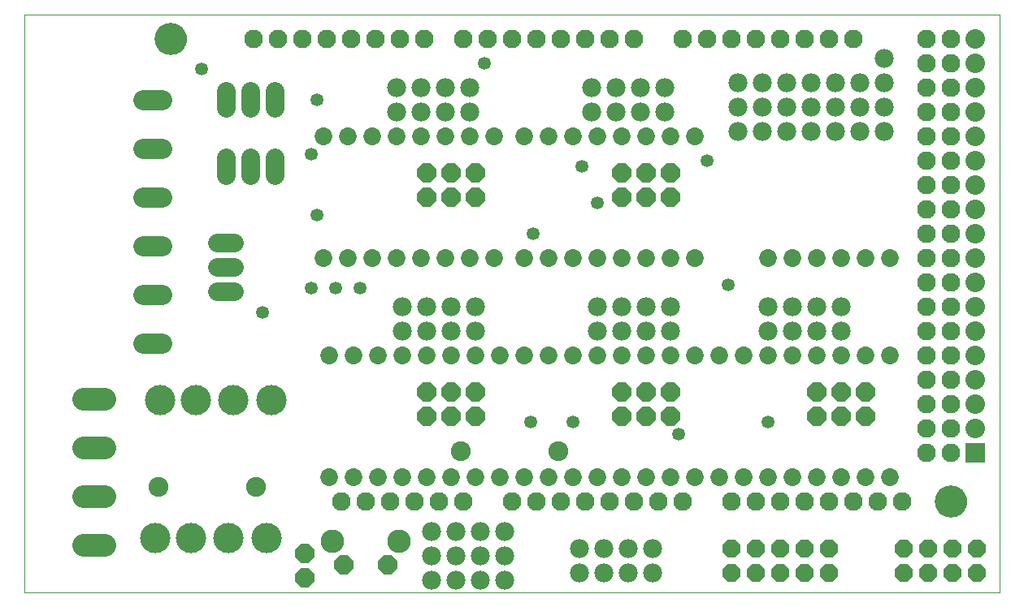
<source format=gbs>
G75*
%MOIN*%
%OFA0B0*%
%FSLAX24Y24*%
%IPPOS*%
%LPD*%
%AMOC8*
5,1,8,0,0,1.08239X$1,22.5*
%
%ADD10C,0.0000*%
%ADD11C,0.0775*%
%ADD12C,0.0775*%
%ADD13C,0.0815*%
%ADD14C,0.0769*%
%ADD15C,0.1320*%
%ADD16C,0.0847*%
%ADD17OC8,0.0775*%
%ADD18C,0.0925*%
%ADD19C,0.0729*%
%ADD20OC8,0.0729*%
%ADD21R,0.0800X0.0800*%
%ADD22C,0.0800*%
%ADD23C,0.0965*%
%ADD24C,0.1241*%
%ADD25C,0.0532*%
D10*
X006933Y007050D02*
X046928Y007050D01*
X046928Y030796D01*
X006933Y030796D01*
X006933Y007050D01*
X012303Y029800D02*
X012305Y029850D01*
X012311Y029900D01*
X012321Y029949D01*
X012335Y029997D01*
X012352Y030044D01*
X012373Y030089D01*
X012398Y030133D01*
X012426Y030174D01*
X012458Y030213D01*
X012492Y030250D01*
X012529Y030284D01*
X012569Y030314D01*
X012611Y030341D01*
X012655Y030365D01*
X012701Y030386D01*
X012748Y030402D01*
X012796Y030415D01*
X012846Y030424D01*
X012895Y030429D01*
X012946Y030430D01*
X012996Y030427D01*
X013045Y030420D01*
X013094Y030409D01*
X013142Y030394D01*
X013188Y030376D01*
X013233Y030354D01*
X013276Y030328D01*
X013317Y030299D01*
X013356Y030267D01*
X013392Y030232D01*
X013424Y030194D01*
X013454Y030154D01*
X013481Y030111D01*
X013504Y030067D01*
X013523Y030021D01*
X013539Y029973D01*
X013551Y029924D01*
X013559Y029875D01*
X013563Y029825D01*
X013563Y029775D01*
X013559Y029725D01*
X013551Y029676D01*
X013539Y029627D01*
X013523Y029579D01*
X013504Y029533D01*
X013481Y029489D01*
X013454Y029446D01*
X013424Y029406D01*
X013392Y029368D01*
X013356Y029333D01*
X013317Y029301D01*
X013276Y029272D01*
X013233Y029246D01*
X013188Y029224D01*
X013142Y029206D01*
X013094Y029191D01*
X013045Y029180D01*
X012996Y029173D01*
X012946Y029170D01*
X012895Y029171D01*
X012846Y029176D01*
X012796Y029185D01*
X012748Y029198D01*
X012701Y029214D01*
X012655Y029235D01*
X012611Y029259D01*
X012569Y029286D01*
X012529Y029316D01*
X012492Y029350D01*
X012458Y029387D01*
X012426Y029426D01*
X012398Y029467D01*
X012373Y029511D01*
X012352Y029556D01*
X012335Y029603D01*
X012321Y029651D01*
X012311Y029700D01*
X012305Y029750D01*
X012303Y029800D01*
X044303Y010800D02*
X044305Y010850D01*
X044311Y010900D01*
X044321Y010949D01*
X044335Y010997D01*
X044352Y011044D01*
X044373Y011089D01*
X044398Y011133D01*
X044426Y011174D01*
X044458Y011213D01*
X044492Y011250D01*
X044529Y011284D01*
X044569Y011314D01*
X044611Y011341D01*
X044655Y011365D01*
X044701Y011386D01*
X044748Y011402D01*
X044796Y011415D01*
X044846Y011424D01*
X044895Y011429D01*
X044946Y011430D01*
X044996Y011427D01*
X045045Y011420D01*
X045094Y011409D01*
X045142Y011394D01*
X045188Y011376D01*
X045233Y011354D01*
X045276Y011328D01*
X045317Y011299D01*
X045356Y011267D01*
X045392Y011232D01*
X045424Y011194D01*
X045454Y011154D01*
X045481Y011111D01*
X045504Y011067D01*
X045523Y011021D01*
X045539Y010973D01*
X045551Y010924D01*
X045559Y010875D01*
X045563Y010825D01*
X045563Y010775D01*
X045559Y010725D01*
X045551Y010676D01*
X045539Y010627D01*
X045523Y010579D01*
X045504Y010533D01*
X045481Y010489D01*
X045454Y010446D01*
X045424Y010406D01*
X045392Y010368D01*
X045356Y010333D01*
X045317Y010301D01*
X045276Y010272D01*
X045233Y010246D01*
X045188Y010224D01*
X045142Y010206D01*
X045094Y010191D01*
X045045Y010180D01*
X044996Y010173D01*
X044946Y010170D01*
X044895Y010171D01*
X044846Y010176D01*
X044796Y010185D01*
X044748Y010198D01*
X044701Y010214D01*
X044655Y010235D01*
X044611Y010259D01*
X044569Y010286D01*
X044529Y010316D01*
X044492Y010350D01*
X044458Y010387D01*
X044426Y010426D01*
X044398Y010467D01*
X044373Y010511D01*
X044352Y010556D01*
X044335Y010603D01*
X044321Y010651D01*
X044311Y010700D01*
X044305Y010750D01*
X044303Y010800D01*
D11*
X040433Y017800D03*
X039433Y017800D03*
X038433Y017800D03*
X037433Y017800D03*
X037433Y018800D03*
X038433Y018800D03*
X039433Y018800D03*
X040433Y018800D03*
X033433Y018800D03*
X032433Y018800D03*
X031433Y018800D03*
X030433Y018800D03*
X030433Y017800D03*
X031433Y017800D03*
X032433Y017800D03*
X033433Y017800D03*
X025433Y017800D03*
X024433Y017800D03*
X023433Y017800D03*
X022433Y017800D03*
X022433Y018800D03*
X023433Y018800D03*
X024433Y018800D03*
X025433Y018800D03*
X025183Y026800D03*
X024183Y026800D03*
X023183Y026800D03*
X022183Y026800D03*
X022183Y027800D03*
X023183Y027800D03*
X024183Y027800D03*
X025183Y027800D03*
X030183Y027800D03*
X031183Y027800D03*
X032183Y027800D03*
X033183Y027800D03*
X033183Y026800D03*
X032183Y026800D03*
X031183Y026800D03*
X030183Y026800D03*
X036183Y026987D03*
X037183Y026987D03*
X038183Y026987D03*
X039183Y026987D03*
X040183Y026987D03*
X041183Y026987D03*
X042183Y026988D03*
X042183Y027988D03*
X042183Y028988D03*
X041183Y027987D03*
X040183Y027987D03*
X039183Y027987D03*
X038183Y027987D03*
X037183Y027987D03*
X036183Y027987D03*
X036183Y025987D03*
X037183Y025987D03*
X038183Y025987D03*
X039183Y025987D03*
X040183Y025987D03*
X041183Y025987D03*
X042183Y025988D03*
X026621Y009550D03*
X025621Y009550D03*
X024621Y009550D03*
X023621Y009550D03*
X023621Y008550D03*
X024621Y008550D03*
X025621Y008550D03*
X026621Y008550D03*
X026621Y007550D03*
X025621Y007550D03*
X024621Y007550D03*
X023621Y007550D03*
X029683Y007862D03*
X030683Y007862D03*
X031683Y007862D03*
X032683Y007862D03*
X032683Y008863D03*
X031683Y008863D03*
X030683Y008863D03*
X029683Y008863D03*
D12*
X015541Y019425D02*
X014826Y019425D01*
X014826Y020425D02*
X015541Y020425D01*
X015541Y021425D02*
X014826Y021425D01*
X015183Y024192D02*
X015183Y024907D01*
X016183Y024907D02*
X016183Y024192D01*
X017183Y024192D02*
X017183Y024907D01*
X017183Y026943D02*
X017183Y027657D01*
X016183Y027657D02*
X016183Y026943D01*
X015183Y026943D02*
X015183Y027657D01*
D13*
X024843Y012851D03*
X028843Y012851D03*
X016433Y011400D03*
X012433Y011400D03*
D14*
X019933Y010800D03*
X020933Y010800D03*
X021933Y010800D03*
X022933Y010800D03*
X023933Y010800D03*
X024933Y010800D03*
X026933Y010800D03*
X027933Y010800D03*
X028933Y010800D03*
X029933Y010800D03*
X030933Y010800D03*
X031933Y010800D03*
X032933Y010800D03*
X033933Y010800D03*
X035933Y010800D03*
X036933Y010800D03*
X037933Y010800D03*
X038933Y010800D03*
X039933Y010800D03*
X040933Y010800D03*
X041933Y010800D03*
X042933Y010800D03*
X043933Y012800D03*
X044933Y012800D03*
X044933Y013800D03*
X043933Y013800D03*
X043933Y014800D03*
X044933Y014800D03*
X044933Y015800D03*
X043933Y015800D03*
X043933Y016800D03*
X043933Y017800D03*
X044933Y017800D03*
X044933Y016800D03*
X044933Y018800D03*
X043933Y018800D03*
X043933Y019800D03*
X043933Y020800D03*
X044933Y020800D03*
X044933Y019800D03*
X044933Y021800D03*
X043933Y021800D03*
X043933Y022800D03*
X043933Y023800D03*
X044933Y023800D03*
X044933Y022800D03*
X044933Y024800D03*
X043933Y024800D03*
X043933Y025800D03*
X043933Y026800D03*
X044933Y026800D03*
X044933Y025800D03*
X044933Y027800D03*
X043933Y027800D03*
X043933Y028800D03*
X044933Y028800D03*
X044933Y029800D03*
X043933Y029800D03*
X040933Y029800D03*
X039933Y029800D03*
X038933Y029800D03*
X037933Y029800D03*
X036933Y029800D03*
X035933Y029800D03*
X034933Y029800D03*
X033933Y029800D03*
X031933Y029800D03*
X030933Y029800D03*
X029933Y029800D03*
X028933Y029800D03*
X027933Y029800D03*
X026933Y029800D03*
X025933Y029800D03*
X024933Y029800D03*
X023333Y029800D03*
X022333Y029800D03*
X021333Y029800D03*
X020333Y029800D03*
X019333Y029800D03*
X018333Y029800D03*
X017333Y029800D03*
X016333Y029800D03*
D15*
X012933Y029800D03*
X044933Y010800D03*
D16*
X012577Y017300D02*
X011790Y017300D01*
X011790Y019300D02*
X012577Y019300D01*
X012577Y021300D02*
X011790Y021300D01*
X011790Y023300D02*
X012577Y023300D01*
X012577Y025300D02*
X011790Y025300D01*
X011790Y027300D02*
X012577Y027300D01*
D17*
X023433Y024300D03*
X024433Y024300D03*
X025433Y024300D03*
X025433Y023300D03*
X024433Y023300D03*
X023433Y023300D03*
X031433Y023300D03*
X032433Y023300D03*
X033433Y023300D03*
X033433Y024300D03*
X032433Y024300D03*
X031433Y024300D03*
X031433Y015300D03*
X032433Y015300D03*
X033433Y015300D03*
X033433Y014300D03*
X032433Y014300D03*
X031433Y014300D03*
X025433Y014300D03*
X024433Y014300D03*
X023433Y014300D03*
X023433Y015300D03*
X024433Y015300D03*
X025433Y015300D03*
X018433Y008650D03*
X018433Y007650D03*
X020043Y008185D03*
X021823Y008185D03*
X039433Y014300D03*
X040433Y014300D03*
X041433Y014300D03*
X041433Y015300D03*
X040433Y015300D03*
X039433Y015300D03*
D18*
X010241Y014988D02*
X009376Y014988D01*
X009376Y012988D02*
X010241Y012988D01*
X010241Y010988D02*
X009376Y010988D01*
X009376Y008988D02*
X010241Y008988D01*
D19*
X019433Y011800D03*
X020433Y011800D03*
X021433Y011800D03*
X022433Y011800D03*
X023433Y011800D03*
X024433Y011800D03*
X025433Y011800D03*
X026433Y011800D03*
X027433Y011800D03*
X028433Y011800D03*
X029433Y011800D03*
X030433Y011800D03*
X031433Y011800D03*
X032433Y011800D03*
X033433Y011800D03*
X034433Y011800D03*
X035433Y011800D03*
X036433Y011800D03*
X037433Y011800D03*
X038433Y011800D03*
X039433Y011800D03*
X040433Y011800D03*
X041433Y011800D03*
X042433Y011800D03*
X042433Y016800D03*
X041433Y016800D03*
X040433Y016800D03*
X039433Y016800D03*
X038433Y016800D03*
X037433Y016800D03*
X036433Y016800D03*
X035433Y016800D03*
X034433Y016800D03*
X033433Y016800D03*
X032433Y016800D03*
X031433Y016800D03*
X030433Y016800D03*
X029433Y016800D03*
X028433Y016800D03*
X027433Y016800D03*
X026433Y016800D03*
X025433Y016800D03*
X024433Y016800D03*
X023433Y016800D03*
X022433Y016800D03*
X021433Y016800D03*
X020433Y016800D03*
X019433Y016800D03*
X019183Y020800D03*
X020183Y020800D03*
X021183Y020800D03*
X022183Y020800D03*
X023183Y020800D03*
X024183Y020800D03*
X025183Y020800D03*
X026183Y020800D03*
X027433Y020800D03*
X028433Y020800D03*
X029433Y020800D03*
X030433Y020800D03*
X031433Y020800D03*
X032433Y020800D03*
X033433Y020800D03*
X034433Y020800D03*
X037433Y020800D03*
X038433Y020800D03*
X039433Y020800D03*
X040433Y020800D03*
X041433Y020800D03*
X042433Y020800D03*
X034433Y025800D03*
X033433Y025800D03*
X032433Y025800D03*
X031433Y025800D03*
X030433Y025800D03*
X029433Y025800D03*
X028433Y025800D03*
X027433Y025800D03*
X026183Y025800D03*
X025183Y025800D03*
X024183Y025800D03*
X023183Y025800D03*
X022183Y025800D03*
X021183Y025800D03*
X020183Y025800D03*
X019183Y025800D03*
D20*
X035933Y008863D03*
X036933Y008863D03*
X037933Y008863D03*
X038933Y008863D03*
X039933Y008863D03*
X039933Y007863D03*
X038933Y007863D03*
X037933Y007863D03*
X036933Y007863D03*
X035933Y007863D03*
X042996Y007863D03*
X042996Y008863D03*
X043996Y008863D03*
X044996Y008863D03*
X045996Y008863D03*
X045996Y007863D03*
X044996Y007863D03*
X043996Y007863D03*
D21*
X045933Y012800D03*
D22*
X045933Y013800D03*
X045933Y014800D03*
X045933Y015800D03*
X045933Y016800D03*
X045933Y017800D03*
X045933Y018800D03*
X045933Y019800D03*
X045933Y020800D03*
X045933Y021800D03*
X045933Y022800D03*
X045933Y023800D03*
X045933Y024800D03*
X045933Y025800D03*
X045933Y026800D03*
X045933Y027800D03*
X045933Y028800D03*
X045933Y029800D03*
D23*
X022313Y009165D03*
X019553Y009165D03*
D24*
X016862Y009300D03*
X015288Y009300D03*
X013752Y009300D03*
X012296Y009300D03*
X012496Y014950D03*
X013952Y014950D03*
X015488Y014950D03*
X017062Y014950D03*
D25*
X016683Y018550D03*
X018683Y019550D03*
X019683Y019550D03*
X020683Y019550D03*
X018933Y022550D03*
X018683Y025050D03*
X018933Y027300D03*
X014183Y028550D03*
X025808Y028800D03*
X029808Y024550D03*
X030433Y023050D03*
X027808Y021800D03*
X034933Y024800D03*
X035808Y019675D03*
X037433Y014050D03*
X033773Y013550D03*
X029433Y014050D03*
X027683Y014050D03*
M02*

</source>
